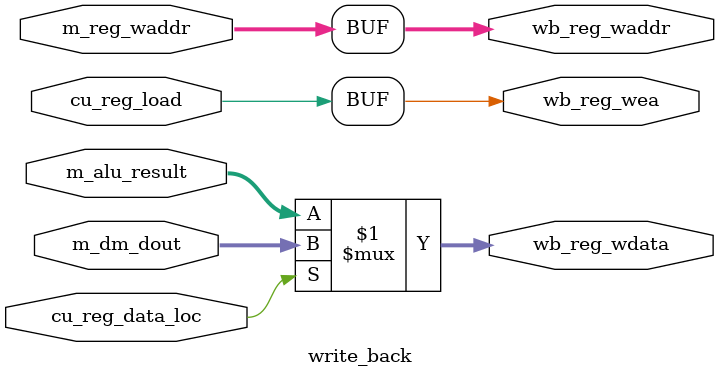
<source format=v>
`timescale 1ns / 1ps
module write_back(
    input [15:0]  m_alu_result,
    input [15:0]  m_dm_dout,
    input [2:0]   m_reg_waddr,
    input         cu_reg_data_loc,
    input         cu_reg_load,
    output [15:0] wb_reg_wdata,
    output        wb_reg_wea,
    output [2:0]  wb_reg_waddr
);

// Mux for getting data from memory or the ALU
// if( cu_reg_data_loc )
// 	wb_reg_din <= m_dm_dout;
// else
// 	wb_reg_din <= m_alu_result;

assign wb_reg_wdata = cu_reg_data_loc ? m_dm_dout : m_alu_result;

assign wb_reg_wea = cu_reg_load;
assign wb_reg_waddr = m_reg_waddr;

endmodule

</source>
